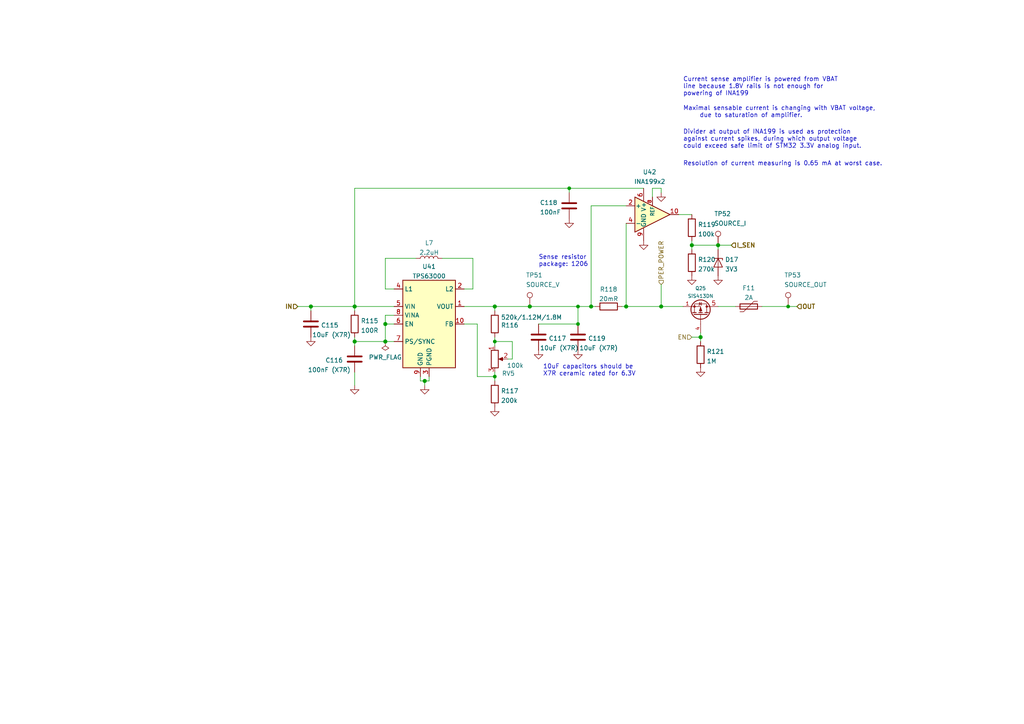
<source format=kicad_sch>
(kicad_sch (version 20210621) (generator eeschema)
  (paper "A4")
  (title_block (title "BUTCube - EPS") (date "2021-06-01") (rev "v1.0") (company "VUT - FIT(STRaDe) & FME(IAE & IPE)") (comment 1 "Author: Petr Malaník"))
  (lib_symbols
    (symbol "Connector:TestPoint" (pin_numbers hide) (pin_names (offset 0.762) hide)
      (property "Reference" "TP" (at 0 6.858 0))
      (property "Value" "TestPoint" (at 0 5.08 0))
      (symbol "TestPoint_0_1"
        (circle (center 0 3.302) (radius 0.762))
      )
      (symbol "TestPoint_1_1"
        (pin passive line (at 0 0 90) (length 2.54) (name "1") (number "1"))
      )
    )
    (symbol "Device:C" (pin_numbers hide) (pin_names (offset 0.254))
      (property "Reference" "C" (at 0.635 2.54 0))
      (property "Value" "C" (at 0.635 -2.54 0))
      (symbol "C_0_1"
        (polyline (pts (xy -2.032 -0.762) (xy 2.032 -0.762)) (stroke (width 0.508)))
        (polyline (pts (xy -2.032 0.762) (xy 2.032 0.762)) (stroke (width 0.508)))
      )
      (symbol "C_1_1"
        (pin passive line (at 0 3.81 270) (length 2.794) (name "~") (number "1"))
        (pin passive line (at 0 -3.81 90) (length 2.794) (name "~") (number "2"))
      )
    )
    (symbol "Device:D_Zener" (pin_numbers hide) (pin_names (offset 1.016) hide)
      (property "Reference" "D" (at 0 2.54 0))
      (property "Value" "D_Zener" (at 0 -2.54 0))
      (symbol "D_Zener_0_1"
        (polyline (pts (xy 1.27 0) (xy -1.27 0)))
        (polyline (pts (xy -1.27 -1.27) (xy -1.27 1.27) (xy -0.762 1.27)) (stroke (width 0.2032)))
        (polyline (pts (xy 1.27 -1.27) (xy 1.27 1.27) (xy -1.27 0) (xy 1.27 -1.27)) (stroke (width 0.2032)))
      )
      (symbol "D_Zener_1_1"
        (pin passive line (at -3.81 0 0) (length 2.54) (name "K") (number "1"))
        (pin passive line (at 3.81 0 180) (length 2.54) (name "A") (number "2"))
      )
    )
    (symbol "Device:L" (pin_numbers hide) (pin_names (offset 1.016) hide)
      (property "Reference" "L" (at -1.27 0 90))
      (property "Value" "L" (at 1.905 0 90))
      (symbol "L_0_1"
        (arc (start 0 -2.54) (end 0 -1.27) (radius (at 0 -1.905) (length 0.635) (angles -89.9 89.9)))
        (arc (start 0 -1.27) (end 0 0) (radius (at 0 -0.635) (length 0.635) (angles -89.9 89.9)))
        (arc (start 0 0) (end 0 1.27) (radius (at 0 0.635) (length 0.635) (angles -89.9 89.9)))
        (arc (start 0 1.27) (end 0 2.54) (radius (at 0 1.905) (length 0.635) (angles -89.9 89.9)))
      )
      (symbol "L_1_1"
        (pin passive line (at 0 3.81 270) (length 1.27) (name "1") (number "1"))
        (pin passive line (at 0 -3.81 90) (length 1.27) (name "2") (number "2"))
      )
    )
    (symbol "Device:Polyfuse" (pin_numbers hide) (pin_names (offset 0))
      (property "Reference" "F" (at -2.54 0 90))
      (property "Value" "Polyfuse" (at 2.54 0 90))
      (symbol "Polyfuse_0_1"
        (rectangle (start -0.762 2.54) (end 0.762 -2.54) (stroke (width 0.254)))
        (polyline (pts (xy 0 2.54) (xy 0 -2.54)))
        (polyline (pts (xy -1.524 2.54) (xy -1.524 1.524) (xy 1.524 -1.524) (xy 1.524 -2.54)))
      )
      (symbol "Polyfuse_1_1"
        (pin passive line (at 0 3.81 270) (length 1.27) (name "~") (number "1"))
        (pin passive line (at 0 -3.81 90) (length 1.27) (name "~") (number "2"))
      )
    )
    (symbol "Device:R" (pin_numbers hide) (pin_names (offset 0))
      (property "Reference" "R" (at 2.032 0 90))
      (property "Value" "R" (at 0 0 90))
      (symbol "R_0_1"
        (rectangle (start -1.016 -2.54) (end 1.016 2.54) (stroke (width 0.254)))
      )
      (symbol "R_1_1"
        (pin passive line (at 0 3.81 270) (length 1.27) (name "~") (number "1"))
        (pin passive line (at 0 -3.81 90) (length 1.27) (name "~") (number "2"))
      )
    )
    (symbol "Device:R_POT" (pin_names (offset 1.016) hide)
      (property "Reference" "RV" (at -4.445 0 90))
      (property "Value" "R_POT" (at -2.54 0 90))
      (symbol "R_POT_0_1"
        (rectangle (start 1.016 2.54) (end -1.016 -2.54) (stroke (width 0.254)))
        (polyline (pts (xy 2.54 0) (xy 1.524 0)))
        (polyline (pts (xy 1.143 0) (xy 2.286 0.508) (xy 2.286 -0.508) (xy 1.143 0)) (fill (type outline)))
      )
      (symbol "R_POT_1_1"
        (pin passive line (at 0 3.81 270) (length 1.27) (name "1") (number "1"))
        (pin passive line (at 3.81 0 180) (length 1.27) (name "2") (number "2"))
        (pin passive line (at 0 -3.81 90) (length 1.27) (name "3") (number "3"))
      )
    )
    (symbol "Regulator_Switching:TPS63000"
      (property "Reference" "U" (at -7.62 13.97 0))
      (property "Value" "TPS63000" (at 5.08 13.97 0))
      (symbol "TPS63000_0_1"
        (rectangle (start -7.62 12.7) (end 7.62 -12.7) (stroke (width 0.254)) (fill (type background)))
      )
      (symbol "TPS63000_1_1"
        (pin power_out line (at 10.16 5.08 180) (length 2.54) (name "VOUT") (number "1"))
        (pin input line (at 10.16 0 180) (length 2.54) (name "FB") (number "10"))
        (pin passive line (at 0 -15.24 90) (length 2.54) hide (name "PGND") (number "11"))
        (pin input line (at 10.16 10.16 180) (length 2.54) (name "L2") (number "2"))
        (pin power_in line (at 0 -15.24 90) (length 2.54) (name "PGND") (number "3"))
        (pin input line (at -10.16 10.16 0) (length 2.54) (name "L1") (number "4"))
        (pin power_in line (at -10.16 5.08 0) (length 2.54) (name "VIN") (number "5"))
        (pin input line (at -10.16 0 0) (length 2.54) (name "EN") (number "6"))
        (pin input line (at -10.16 -5.08 0) (length 2.54) (name "PS/SYNC") (number "7"))
        (pin power_in line (at -10.16 2.54 0) (length 2.54) (name "VINA") (number "8"))
        (pin power_in line (at -2.54 -15.24 90) (length 2.54) (name "GND") (number "9"))
      )
    )
    (symbol "TCY_power_management:INA199" (pin_names (offset 0.127))
      (property "Reference" "U" (at 3.81 3.81 0))
      (property "Value" "INA199" (at 3.81 -3.81 0))
      (symbol "INA199_0_1"
        (polyline (pts (xy 5.08 0) (xy -5.08 5.08) (xy -5.08 -5.08) (xy 5.08 0)) (stroke (width 0.254)) (fill (type background)))
      )
      (symbol "INA199_1_1"
        (pin output line (at 7.62 0 180) (length 2.54) (name "~") (number "10"))
        (pin input line (at -7.62 2.54 0) (length 2.54) (name "+") (number "2"))
        (pin input line (at -7.62 2.54 0) (length 2.54) hide (name "+") (number "3"))
        (pin input line (at -7.62 -2.54 0) (length 2.54) (name "-") (number "4"))
        (pin input line (at -7.62 -2.54 0) (length 2.54) hide (name "-") (number "5"))
        (pin power_in line (at -2.54 7.62 270) (length 3.81) (name "V+") (number "6"))
        (pin input line (at 0 5.08 270) (length 2.54) (name "REF") (number "8"))
        (pin power_in line (at -2.54 -7.62 90) (length 3.81) (name "GND") (number "9"))
      )
    )
    (symbol "TCY_transistors:SiS413DN" (pin_names hide)
      (property "Reference" "Q" (at 8.89 2.54 0))
      (property "Value" "SiS413DN" (at 8.89 0 0))
      (symbol "SiS413DN_0_1"
        (circle (center -0.889 0) (radius 2.794) (stroke (width 0.254)))
        (circle (center 0 -1.778) (radius 0.254) (fill (type outline)))
        (circle (center 0 1.778) (radius 0.254) (fill (type outline)))
        (polyline (pts (xy -2.286 0) (xy -5.08 0)))
        (polyline (pts (xy -2.286 1.905) (xy -2.286 -1.905)) (stroke (width 0.254)))
        (polyline (pts (xy -1.778 -1.27) (xy -1.778 -2.286)) (stroke (width 0.254)))
        (polyline (pts (xy -1.778 0.508) (xy -1.778 -0.508)) (stroke (width 0.254)))
        (polyline (pts (xy -1.778 2.286) (xy -1.778 1.27)) (stroke (width 0.254)))
        (polyline (pts (xy 0 2.54) (xy 0 1.778)))
        (polyline (pts (xy 0 -2.54) (xy 0 0) (xy -1.778 0)))
        (polyline (pts (xy -1.778 1.778) (xy 0.762 1.778) (xy 0.762 -1.778) (xy -1.778 -1.778)))
        (polyline (pts (xy 0.254 -0.508) (xy 0.381 -0.381) (xy 1.143 -0.381) (xy 1.27 -0.254)))
        (polyline (pts (xy 0.762 -0.381) (xy 0.381 0.254) (xy 1.143 0.254) (xy 0.762 -0.381)))
        (polyline (pts (xy -0.254 0) (xy -1.27 0.381) (xy -1.27 -0.381) (xy -0.254 0)) (fill (type outline)))
      )
      (symbol "SiS413DN_1_1"
        (pin passive line (at 0 -5.08 90) (length 2.54) (name "S") (number "1"))
        (pin passive line (at 0 -5.08 90) (length 2.54) hide (name "S") (number "2"))
        (pin passive line (at 0 -5.08 90) (length 2.54) hide (name "S") (number "3"))
        (pin passive line (at -7.62 0 0) (length 2.54) (name "G") (number "4"))
        (pin passive line (at 0 5.08 270) (length 2.54) (name "D") (number "5"))
      )
    )
    (symbol "power:GND" (power) (pin_names (offset 0))
      (property "Value" "GND" (at 0 -3.81 0))
      (symbol "GND_0_1"
        (polyline (pts (xy 0 0) (xy 0 -1.27) (xy 1.27 -1.27) (xy 0 -2.54) (xy -1.27 -1.27) (xy 0 -1.27)))
      )
      (symbol "GND_1_1"
        (pin power_in line (at 0 0 270) (length 0) hide (name "GND") (number "1"))
      )
    )
    (symbol "power:PWR_FLAG" (power) (pin_numbers hide) (pin_names (offset 0) hide)
      (property "Value" "PWR_FLAG" (at 0 3.81 0))
      (symbol "PWR_FLAG_0_0"
        (pin power_out line (at 0 0 90) (length 0) (name "pwr") (number "1"))
      )
      (symbol "PWR_FLAG_0_1"
        (polyline (pts (xy 0 0) (xy 0 1.27) (xy -1.016 1.905) (xy 0 2.54) (xy 1.016 1.905) (xy 0 1.27)))
      )
    )
  )
  (junction (at 90.17 88.9) (diameter 1.016))
  (junction (at 102.87 88.9) (diameter 1.016))
  (junction (at 102.87 99.06) (diameter 1.016))
  (junction (at 111.76 93.98) (diameter 1.016))
  (junction (at 111.76 99.06) (diameter 1.016))
  (junction (at 123.19 110.49) (diameter 1.016))
  (junction (at 143.51 88.9) (diameter 1.016))
  (junction (at 143.51 99.06) (diameter 0.9144))
  (junction (at 143.51 109.22) (diameter 0.9144))
  (junction (at 153.67 88.9) (diameter 1.016))
  (junction (at 165.1 54.61) (diameter 0.9144))
  (junction (at 167.64 88.9) (diameter 0.9144))
  (junction (at 167.64 93.98) (diameter 0.9144))
  (junction (at 171.45 88.9) (diameter 1.016))
  (junction (at 181.61 88.9) (diameter 1.016))
  (junction (at 191.77 88.9) (diameter 1.016))
  (junction (at 200.66 71.12) (diameter 1.016))
  (junction (at 203.2 97.79) (diameter 1.016))
  (junction (at 208.28 71.12) (diameter 1.016))
  (junction (at 228.6 88.9) (diameter 0.9144))
  (wire (pts (xy 86.36 88.9) (xy 90.17 88.9)))
  (wire (pts (xy 90.17 88.9) (xy 90.17 90.17)))
  (wire (pts (xy 90.17 88.9) (xy 102.87 88.9)))
  (wire (pts (xy 102.87 54.61) (xy 102.87 88.9)))
  (wire (pts (xy 102.87 88.9) (xy 102.87 90.17)))
  (wire (pts (xy 102.87 88.9) (xy 114.3 88.9)))
  (wire (pts (xy 102.87 97.79) (xy 102.87 99.06)))
  (wire (pts (xy 102.87 99.06) (xy 102.87 100.33)))
  (wire (pts (xy 102.87 99.06) (xy 111.76 99.06)))
  (wire (pts (xy 102.87 107.95) (xy 102.87 111.76)))
  (wire (pts (xy 111.76 74.93) (xy 120.65 74.93)))
  (wire (pts (xy 111.76 83.82) (xy 111.76 74.93)))
  (wire (pts (xy 111.76 91.44) (xy 111.76 93.98)))
  (wire (pts (xy 111.76 91.44) (xy 114.3 91.44)))
  (wire (pts (xy 111.76 93.98) (xy 111.76 99.06)))
  (wire (pts (xy 111.76 93.98) (xy 114.3 93.98)))
  (wire (pts (xy 114.3 83.82) (xy 111.76 83.82)))
  (wire (pts (xy 114.3 99.06) (xy 111.76 99.06)))
  (wire (pts (xy 121.92 109.22) (xy 121.92 110.49)))
  (wire (pts (xy 121.92 110.49) (xy 123.19 110.49)))
  (wire (pts (xy 123.19 110.49) (xy 123.19 111.76)))
  (wire (pts (xy 123.19 110.49) (xy 124.46 110.49)))
  (wire (pts (xy 124.46 110.49) (xy 124.46 109.22)))
  (wire (pts (xy 128.27 74.93) (xy 137.16 74.93)))
  (wire (pts (xy 134.62 88.9) (xy 143.51 88.9)))
  (wire (pts (xy 137.16 74.93) (xy 137.16 83.82)))
  (wire (pts (xy 137.16 83.82) (xy 134.62 83.82)))
  (wire (pts (xy 138.43 93.98) (xy 134.62 93.98)))
  (wire (pts (xy 138.43 93.98) (xy 138.43 109.22)))
  (wire (pts (xy 138.43 109.22) (xy 143.51 109.22)))
  (wire (pts (xy 143.51 88.9) (xy 143.51 90.17)))
  (wire (pts (xy 143.51 88.9) (xy 153.67 88.9)))
  (wire (pts (xy 143.51 97.79) (xy 143.51 99.06)))
  (wire (pts (xy 143.51 99.06) (xy 143.51 100.33)))
  (wire (pts (xy 143.51 107.95) (xy 143.51 109.22)))
  (wire (pts (xy 143.51 109.22) (xy 143.51 110.49)))
  (wire (pts (xy 147.32 104.14) (xy 148.59 104.14)))
  (wire (pts (xy 148.59 99.06) (xy 143.51 99.06)))
  (wire (pts (xy 148.59 104.14) (xy 148.59 99.06)))
  (wire (pts (xy 153.67 88.9) (xy 167.64 88.9)))
  (wire (pts (xy 156.21 93.98) (xy 167.64 93.98)))
  (wire (pts (xy 165.1 54.61) (xy 102.87 54.61)))
  (wire (pts (xy 165.1 54.61) (xy 165.1 55.88)))
  (wire (pts (xy 165.1 54.61) (xy 186.69 54.61)))
  (wire (pts (xy 167.64 88.9) (xy 171.45 88.9)))
  (wire (pts (xy 167.64 93.98) (xy 167.64 88.9)))
  (wire (pts (xy 171.45 59.69) (xy 171.45 88.9)))
  (wire (pts (xy 171.45 59.69) (xy 181.61 59.69)))
  (wire (pts (xy 171.45 88.9) (xy 172.72 88.9)))
  (wire (pts (xy 180.34 88.9) (xy 181.61 88.9)))
  (wire (pts (xy 181.61 64.77) (xy 181.61 88.9)))
  (wire (pts (xy 181.61 88.9) (xy 191.77 88.9)))
  (wire (pts (xy 189.23 54.61) (xy 189.23 57.15)))
  (wire (pts (xy 191.77 54.61) (xy 189.23 54.61)))
  (wire (pts (xy 191.77 55.88) (xy 191.77 54.61)))
  (wire (pts (xy 191.77 82.55) (xy 191.77 88.9)))
  (wire (pts (xy 191.77 88.9) (xy 198.12 88.9)))
  (wire (pts (xy 196.85 62.23) (xy 200.66 62.23)))
  (wire (pts (xy 200.66 69.85) (xy 200.66 71.12)))
  (wire (pts (xy 200.66 71.12) (xy 200.66 72.39)))
  (wire (pts (xy 200.66 97.79) (xy 203.2 97.79)))
  (wire (pts (xy 203.2 97.79) (xy 203.2 96.52)))
  (wire (pts (xy 203.2 97.79) (xy 203.2 99.06)))
  (wire (pts (xy 208.28 71.12) (xy 200.66 71.12)))
  (wire (pts (xy 208.28 71.12) (xy 212.09 71.12)))
  (wire (pts (xy 208.28 72.39) (xy 208.28 71.12)))
  (wire (pts (xy 208.28 88.9) (xy 213.36 88.9)))
  (wire (pts (xy 220.98 88.9) (xy 228.6 88.9)))
  (wire (pts (xy 228.6 88.9) (xy 231.14 88.9)))
  (text "Sense resistor \npackage: 1206" (at 156.21 77.47 0) (effects (font (size 1.27 1.27)) (justify left bottom)))
  (text "10uF capacitors should be\nX7R ceramic rated for 6.3V" (at 157.48 109.22 0) (effects (font (size 1.27 1.27)) (justify left bottom)))
  (text "Current sense amplifier is powered from VBAT\nline because 1.8V rails is not enough for\npowering of INA199" (at 198.12 27.94 0) (effects (font (size 1.27 1.27)) (justify left bottom)))
  (text "Maximal sensable current is changing with VBAT voltage,\n	due to saturation of amplifier.\n" (at 198.12 34.29 0) (effects (font (size 1.27 1.27)) (justify left bottom)))
  (text "Divider at output of INA199 is used as protection\nagainst current spikes, during which output voltage\ncould exceed safe limit of STM32 3.3V analog input.\n" (at 198.12 43.18 0) (effects (font (size 1.27 1.27)) (justify left bottom)))
  (text "Resolution of current measuring is 0.65 mA at worst case." (at 198.12 48.26 0) (effects (font (size 1.27 1.27)) (justify left bottom)))
  (hierarchical_label "IN" (shape input) (at 86.36 88.9 180) (effects (font (thickness 0.254))))
  (hierarchical_label "PER_POWER" (shape input) (at 191.77 82.55 90))
  (hierarchical_label "EN" (shape input) (at 200.66 97.79 180))
  (hierarchical_label "I_SEN" (shape input) (at 212.09 71.12 0) (effects (font (thickness 0.254))))
  (hierarchical_label "OUT" (shape input) (at 231.14 88.9 0) (effects (font (thickness 0.254))))
  (symbol (lib_id "power:PWR_FLAG") (at 111.76 99.06 180)
    (property "Reference" "#FLG030" (effects hide))
    (property "Value" "PWR_FLAG" (at 111.76 103.6226 0))
  )
  (symbol (lib_id "Connector:TestPoint") (at 153.67 88.9 0)
    (property "Reference" "TP51" (at 152.5271 79.8 0) (effects (justify left)))
    (property "Value" "SOURCE_V" (at 152.5271 82.5751 0) (effects (justify left)))
    (property "Footprint" "TCY_connectors:TestPoint_Pad_D0.5mm" (effects hide))
  )
  (symbol (lib_id "Connector:TestPoint") (at 208.28 71.12 0)
    (property "Reference" "TP52" (at 207.1371 62.02 0) (effects (justify left)))
    (property "Value" "SOURCE_I" (at 207.1371 64.7951 0) (effects (justify left)))
    (property "Footprint" "TCY_connectors:TestPoint_Pad_D0.5mm" (effects hide))
  )
  (symbol (lib_id "Connector:TestPoint") (at 228.6 88.9 0)
    (property "Reference" "TP53" (at 227.4571 79.8 0) (effects (justify left)))
    (property "Value" "SOURCE_OUT" (at 227.4571 82.5751 0) (effects (justify left)))
    (property "Footprint" "TCY_connectors:TestPoint_Pad_D0.5mm" (effects hide))
  )
  (symbol (lib_id "power:GND") (at 90.17 97.79 0)
    (property "Reference" "#PWR0255" (effects hide))
    (property "Value" "GND" (effects hide))
  )
  (symbol (lib_id "power:GND") (at 102.87 111.76 0)
    (property "Reference" "#PWR0256" (effects hide))
    (property "Value" "GND" (effects hide))
  )
  (symbol (lib_id "power:GND") (at 123.19 111.76 0)
    (property "Reference" "#PWR0257" (effects hide))
    (property "Value" "GND" (effects hide))
  )
  (symbol (lib_id "power:GND") (at 143.51 118.11 0)
    (property "Reference" "#PWR0258" (effects hide))
    (property "Value" "GND" (effects hide))
  )
  (symbol (lib_id "power:GND") (at 156.21 101.6 0)
    (property "Reference" "#PWR0259" (effects hide))
    (property "Value" "GND" (effects hide))
  )
  (symbol (lib_id "power:GND") (at 165.1 63.5 0)
    (property "Reference" "#PWR0260" (effects hide))
    (property "Value" "GND" (effects hide))
  )
  (symbol (lib_id "power:GND") (at 167.64 101.6 0)
    (property "Reference" "#PWR0261" (effects hide))
    (property "Value" "GND" (effects hide))
  )
  (symbol (lib_id "power:GND") (at 186.69 69.85 0)
    (property "Reference" "#PWR0262" (effects hide))
    (property "Value" "GND" (effects hide))
  )
  (symbol (lib_id "power:GND") (at 191.77 55.88 0)
    (property "Reference" "#PWR0263" (effects hide))
    (property "Value" "GND" (effects hide))
  )
  (symbol (lib_id "power:GND") (at 200.66 80.01 0)
    (property "Reference" "#PWR0264" (effects hide))
    (property "Value" "GND" (effects hide))
  )
  (symbol (lib_id "power:GND") (at 203.2 106.68 0)
    (property "Reference" "#PWR0265" (effects hide))
    (property "Value" "GND" (effects hide))
  )
  (symbol (lib_id "power:GND") (at 208.28 80.01 0)
    (property "Reference" "#PWR0266" (effects hide))
    (property "Value" "GND" (effects hide))
  )
  (symbol (lib_id "Device:L") (at 124.46 74.93 90)
    (property "Reference" "L7" (at 124.46 70.4554 90))
    (property "Value" "2.2uH" (at 124.46 73.2305 90))
    (property "Footprint" "Inductor_SMD:L_Taiyo-Yuden_MD-5050" (effects hide))
  )
  (symbol (lib_id "Device:R") (at 102.87 93.98 0)
    (property "Reference" "R115" (at 104.6481 93.0715 0) (effects (justify left)))
    (property "Value" "100R" (at 104.6481 95.8466 0) (effects (justify left)))
    (property "Footprint" "TCY_passives:R_0603_1608Metric" (effects hide))
  )
  (symbol (lib_id "Device:R") (at 143.51 93.98 0)
    (property "Reference" "R116" (at 145.2881 94.3415 0) (effects (justify left)))
    (property "Value" "520k/1.12M/1.8M" (at 145.2881 92.0366 0) (effects (justify left)))
    (property "Footprint" "TCY_passives:R_0603_1608Metric" (effects hide))
  )
  (symbol (lib_id "Device:R") (at 143.51 114.3 0)
    (property "Reference" "R117" (at 145.2881 113.3915 0) (effects (justify left)))
    (property "Value" "200k" (at 145.2881 116.1666 0) (effects (justify left)))
    (property "Footprint" "TCY_passives:R_0603_1608Metric" (effects hide))
  )
  (symbol (lib_id "Device:R") (at 176.53 88.9 90)
    (property "Reference" "R118" (at 176.53 83.9174 90))
    (property "Value" "20mR" (at 176.53 86.6925 90))
    (property "Footprint" "Resistor_SMD:R_2010_5025Metric" (effects hide))
  )
  (symbol (lib_id "Device:R") (at 200.66 66.04 180)
    (property "Reference" "R119" (at 202.4381 65.1315 0) (effects (justify right)))
    (property "Value" "100k" (at 202.4381 67.9066 0) (effects (justify right)))
    (property "Footprint" "TCY_passives:R_0603_1608Metric" (effects hide))
  )
  (symbol (lib_id "Device:R") (at 200.66 76.2 180)
    (property "Reference" "R120" (at 202.4381 75.2915 0) (effects (justify right)))
    (property "Value" "270k" (at 202.4381 78.0666 0) (effects (justify right)))
    (property "Footprint" "TCY_passives:R_0603_1608Metric" (effects hide))
  )
  (symbol (lib_id "Device:R") (at 203.2 102.87 0)
    (property "Reference" "R121" (at 204.9781 101.9615 0) (effects (justify left)))
    (property "Value" "1M" (at 204.9781 104.7366 0) (effects (justify left)))
    (property "Footprint" "TCY_passives:R_0603_1608Metric" (effects hide))
  )
  (symbol (lib_id "Device:D_Zener") (at 208.28 76.2 270)
    (property "Reference" "D17" (at 210.2867 75.2915 90) (effects (justify left)))
    (property "Value" "3V3" (at 210.2867 78.0666 90) (effects (justify left)))
    (property "Footprint" "Diode_SMD:D_SOD-323F" (effects hide))
  )
  (symbol (lib_id "Device:Polyfuse") (at 217.17 88.9 90)
    (property "Reference" "F11" (at 217.17 83.5364 90))
    (property "Value" "2A" (at 217.17 86.3115 90))
    (property "Footprint" "Fuse:Fuse_1206_3216Metric" (effects hide))
  )
  (symbol (lib_id "Device:C") (at 90.17 93.98 0)
    (property "Reference" "C115" (at 93.0911 94.3415 0) (effects (justify left)))
    (property "Value" "10uF (X7R)" (at 90.5511 97.1166 0) (effects (justify left)))
    (property "Footprint" "TCY_passives:C_0805_2012Metric" (effects hide))
  )
  (symbol (lib_id "Device:C") (at 102.87 104.14 0)
    (property "Reference" "C116" (at 94.3611 104.5015 0) (effects (justify left)))
    (property "Value" "100nF (X7R)" (at 89.2811 107.2766 0) (effects (justify left)))
    (property "Footprint" "TCY_passives:C_0603_1608Metric" (effects hide))
  )
  (symbol (lib_id "Device:C") (at 156.21 97.79 0)
    (property "Reference" "C117" (at 159.1311 98.1515 0) (effects (justify left)))
    (property "Value" "10uF (X7R)" (at 156.5911 100.9266 0) (effects (justify left)))
    (property "Footprint" "TCY_passives:C_0805_2012Metric" (effects hide))
  )
  (symbol (lib_id "Device:C") (at 165.1 59.69 0)
    (property "Reference" "C118" (at 156.5911 58.7815 0) (effects (justify left)))
    (property "Value" "100nF" (at 156.5911 61.5566 0) (effects (justify left)))
    (property "Footprint" "TCY_passives:C_0603_1608Metric" (effects hide))
  )
  (symbol (lib_id "Device:C") (at 167.64 97.79 0)
    (property "Reference" "C119" (at 170.5611 98.1515 0) (effects (justify left)))
    (property "Value" "10uF (X7R)" (at 168.0211 100.9266 0) (effects (justify left)))
    (property "Footprint" "TCY_passives:C_0805_2012Metric" (effects hide))
  )
  (symbol (lib_id "Device:R_POT") (at 143.51 104.14 0)
    (property "Reference" "RV5" (at 149.352 108.3115 0) (effects (justify right)))
    (property "Value" "100k" (at 151.892 106.0066 0) (effects (justify right)))
    (property "Footprint" "TCY_passives:RV_3x3.6" (effects hide))
  )
  (symbol (lib_id "TCY_transistors:SiS413DN") (at 203.2 88.9 270) (mirror x)
    (property "Reference" "Q25" (at 203.2 83.6288 90) (effects (font (size 1 1))))
    (property "Value" "SiS413DN" (at 203.2 85.8678 90) (effects (font (size 1 1))))
    (property "Footprint" "Package_SO:Vishay_PowerPAK_1212-8_Single" (effects hide))
    (property "Datasheet" "https://www.vishay.com/docs/63262/sis413dn.pdf" (effects hide))
  )
  (symbol (lib_id "TCY_power_management:INA199") (at 189.23 62.23 0)
    (property "Reference" "U42" (at 186.4361 49.8915 0) (effects (justify left)))
    (property "Value" "INA199x2" (at 183.8961 52.6666 0) (effects (justify left)))
    (property "Footprint" "Package_DFN_QFN:UQFN-10_1.4x1.8mm_P0.4mm" (effects hide))
    (property "Datasheet" "https://www.ti.com/lit/ds/symlink/ina199.pdf" (effects hide))
  )
  (symbol (lib_id "Regulator_Switching:TPS63000") (at 124.46 93.98 0)
    (property "Reference" "U41" (at 124.46 77.3134 0))
    (property "Value" "TPS63000" (at 124.46 80.0885 0))
    (property "Footprint" "Package_SON:Texas_DRC0010J_ThermalVias" (effects hide))
    (property "Datasheet" "http://www.ti.com/lit/ds/symlink/tps63000.pdf" (effects hide))
  )
)
</source>
